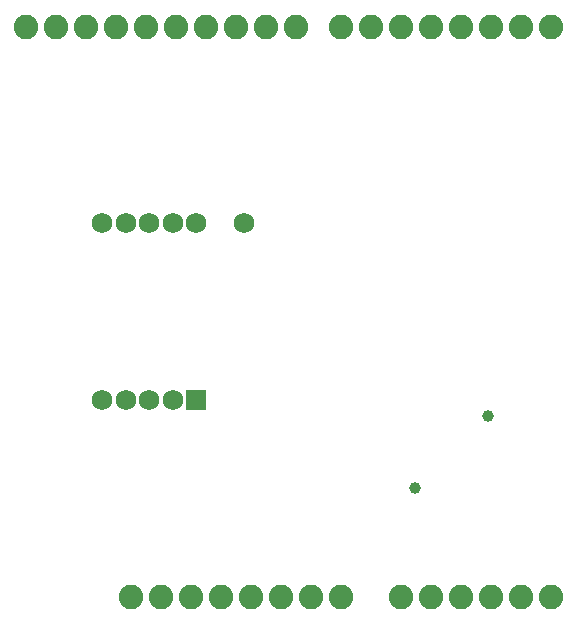
<source format=gbs>
G75*
%MOIN*%
%OFA0B0*%
%FSLAX25Y25*%
%IPPOS*%
%LPD*%
%AMOC8*
5,1,8,0,0,1.08239X$1,22.5*
%
%ADD10C,0.08200*%
%ADD11C,0.03950*%
%ADD12R,0.06800X0.06800*%
%ADD13C,0.06800*%
D10*
X0523333Y0201500D03*
X0533333Y0201500D03*
X0543333Y0201500D03*
X0553333Y0201500D03*
X0563333Y0201500D03*
X0573333Y0201500D03*
X0583333Y0201500D03*
X0593333Y0201500D03*
X0603333Y0201500D03*
X0613333Y0201500D03*
X0628333Y0201500D03*
X0638333Y0201500D03*
X0648333Y0201500D03*
X0658333Y0201500D03*
X0668333Y0201500D03*
X0678333Y0201500D03*
X0688333Y0201500D03*
X0698333Y0201500D03*
X0698333Y0011500D03*
X0688333Y0011500D03*
X0678333Y0011500D03*
X0668333Y0011500D03*
X0658333Y0011500D03*
X0648333Y0011500D03*
X0628333Y0011500D03*
X0618333Y0011500D03*
X0608333Y0011500D03*
X0598333Y0011500D03*
X0588333Y0011500D03*
X0578333Y0011500D03*
X0568333Y0011500D03*
X0558333Y0011500D03*
D11*
X0652979Y0047642D03*
X0677192Y0071854D03*
D12*
X0580144Y0076972D03*
D13*
X0572270Y0076972D03*
X0564396Y0076972D03*
X0556522Y0076972D03*
X0548648Y0076972D03*
X0548648Y0136028D03*
X0556522Y0136028D03*
X0564396Y0136028D03*
X0572270Y0136028D03*
X0580144Y0136028D03*
X0595892Y0136028D03*
M02*

</source>
